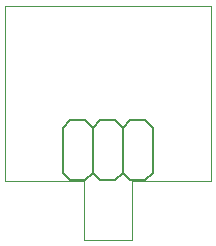
<source format=gbo>
G75*
%MOIN*%
%OFA0B0*%
%FSLAX24Y24*%
%IPPOS*%
%LPD*%
%AMOC8*
5,1,8,0,0,1.08239X$1,22.5*
%
%ADD10C,0.0000*%
%ADD11C,0.0060*%
D10*
X000100Y002069D02*
X002738Y002069D01*
X002738Y000100D01*
X004313Y000100D01*
X004313Y002069D01*
X006950Y002069D01*
X006950Y007902D01*
X000100Y007902D01*
X000100Y002069D01*
D11*
X002025Y002350D02*
X002025Y003850D01*
X002275Y004100D01*
X002775Y004100D01*
X003025Y003850D01*
X003025Y002350D01*
X002775Y002100D01*
X002275Y002100D01*
X002025Y002350D01*
X003025Y002350D02*
X003275Y002100D01*
X003775Y002100D01*
X004025Y002350D01*
X004025Y003850D01*
X003775Y004100D01*
X003275Y004100D01*
X003025Y003850D01*
X004025Y003850D02*
X004275Y004100D01*
X004775Y004100D01*
X005025Y003850D01*
X005025Y002350D01*
X004775Y002100D01*
X004275Y002100D01*
X004025Y002350D01*
M02*

</source>
